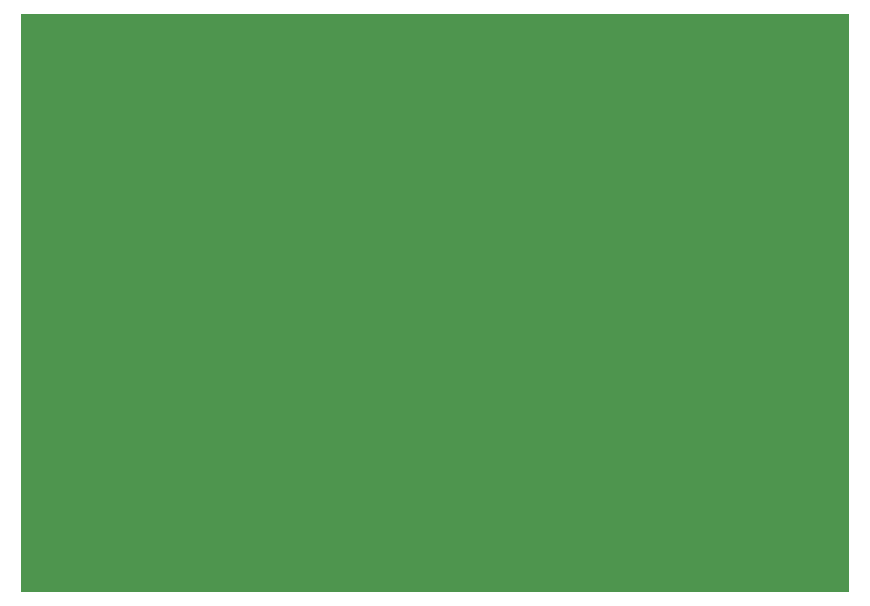
<source format=gbl>
G04 Layer: BottomLayer*
G04 EasyEDA v6.1.51, Wed, 19 Jun 2019 18:44:14 GMT*
G04 e07e6d747a584c628bb32b84df99dd00,dd6e2cb4672846f4b5eb8f4429f9b141,10*
G04 Gerber Generator version 0.2*
G04 Scale: 100 percent, Rotated: No, Reflected: No *
G04 Dimensions in inches *
G04 leading zeros omitted , absolute positions ,2 integer and 4 decimal *
%FSLAX24Y24*%
%MOIN*%
G90*
G70D02*

%ADD16C,0.110236*%
%ADD17C,0.157480*%

%LPD*%

%LPD*%
G36*
G01X27750Y19375D02*
G01X125Y19375D01*
G01X125Y125D01*
G01X27750Y125D01*
G01X27750Y19375D01*
G37*
G54D16*
G01X5500Y17125D03*
G01X6500Y18125D03*
G01X6500Y16125D03*
G01X4500Y16125D03*
G01X4500Y18125D03*
G01X2500Y2375D03*
G01X3500Y3375D03*
G01X3500Y1375D03*
G01X1500Y1375D03*
G01X1500Y3375D03*
G01X11125Y17125D03*
G01X12125Y18125D03*
G01X12125Y16125D03*
G01X10125Y16125D03*
G01X10125Y18125D03*
G01X10125Y2375D03*
G01X11125Y3375D03*
G01X11125Y1375D03*
G01X9125Y1375D03*
G01X9125Y3375D03*
G01X16750Y17125D03*
G01X17750Y18125D03*
G01X17750Y16125D03*
G01X15750Y16125D03*
G01X15750Y18125D03*
G01X17750Y2375D03*
G01X18750Y3375D03*
G01X18750Y1375D03*
G01X16750Y1375D03*
G01X16750Y3375D03*
G01X22375Y17125D03*
G01X23375Y18125D03*
G01X23375Y16125D03*
G01X21375Y16125D03*
G01X21375Y18125D03*
G01X25375Y2375D03*
G01X26375Y3375D03*
G01X26375Y1375D03*
G01X24375Y1375D03*
G01X24375Y3375D03*
G54D17*
G01X1500Y12375D03*
G01X6250Y2375D03*
G01X21625Y2375D03*
G01X26500Y12375D03*
M00*
M02*

</source>
